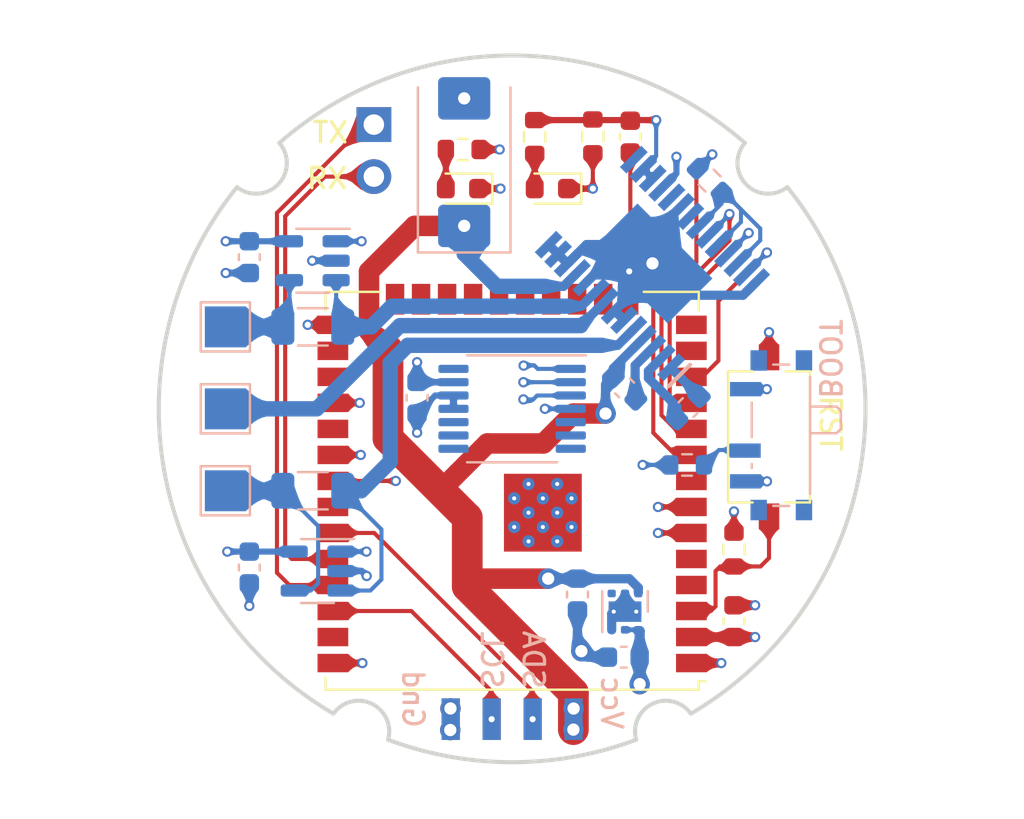
<source format=kicad_pcb>
(kicad_pcb (version 20221018) (generator pcbnew)
  (layers (0 "F.Cu" signal) (1 "In1.Cu" power) (2 "In2.Cu" power) (31 "B.Cu" signal) (34 "B.Paste" user) (35 "F.Paste" user) (36 "B.SilkS" user "B.Silkscreen") (37 "F.SilkS" user "F.Silkscreen") (38 "B.Mask" user) (39 "F.Mask" user) (44 "Edge.Cuts" user))
  (net 0 "")
  (net 1 "GND")
  (net 2 "+3.3V")
  (net 3 "VCC")
  (net 4 "/TX")
  (net 5 "/RX")
  (net 7 "/EN_DRV")
  (net 8 "/OUT1_DRV")
  (net 9 "/OUT2_DRV")
  (net 10 "/OUT3_DRV")
  (net 11 "/NRST")
  (net 12 "/BOOT")
  (net 13 "/CURR_SENS1")
  (net 14 "/CURR_SENS2")
  (net 16 "/PWM_OUT1")
  (net 17 "/PWM_OUT2")
  (net 18 "/PWM_OUT3")
  (net 22 "/CS")
  (net 23 "/CLK")
  (net 25 "Net-(IC1-CPH)")
  (net 27 "Net-(D1-K)")
  (net 28 "/MISO")
  (net 29 "/SDA")
  (net 30 "Net-(SW1-B)")
  (net 31 "Net-(IC1-CPL)")
  (net 32 "Net-(IC1-VCP)")
  (net 35 "/SCL")
  (net 38 "Net-(IC1-EN1)")
  (net 39 "Net-(M1-Pin_1)")
  (net 40 "Net-(M3-Pin_1)")
  (net 59 "Net-(D1-A)")
  (net 60 "Net-(D2-A)")
  (footprint "Resistor_SMD:R_0603_1608Metric" (layer "F.Cu") (at 104.0825 78.13 90)
    (fp_text reference "R1" hide)
    (fp_text value "330")
  )
  (footprint "Button_Switch_SMD:SW_Tactile_SPST_NO_Straight_CK_PTS636Sx25SMTRLFS" (layer "F.Cu") (at 115.52 92.77 90)
    (fp_text reference "SWRST1" hide)
    (fp_text value "SW_Push" hide)
  )
  (footprint "Resistor_SMD:R_0603_1608Metric" (layer "F.Cu") (at 113.81 98.27 -90)
    (fp_text reference "RRST1" hide)
    (fp_text value "10k")
  )
  (footprint "Capacitor_SMD:C_0603_1608Metric" (layer "F.Cu") (at 108.75 78.11 90)
    (fp_text reference "C1" hide)
    (fp_text value "470n")
  )
  (footprint "RF_Module:ESP32-WROOM-32UE" (layer "F.Cu") (at 102.98 95.4 180)
    (fp_text reference "ESP32" hide)
    (fp_text value "ESP32-WROOM-32" hide)
  )
  (footprint "Resistor_SMD:R_0603_1608Metric" (layer "F.Cu") (at 106.9205 78.1 90)
    (fp_text reference "R3" hide)
    (fp_text value "10k")
  )
  (footprint "Connector_PinHeader_2.00mm:PinHeader_1x04_P2.00mm_Vertical_SMD_aligned" (layer "F.Cu") (at 102.98 107.55 -90)
    (fp_text reference "J1" hide)
    (fp_text value "Conn_01x04_Pin" hide)
  )
  (footprint "Capacitor_SMD:C_0603_1608Metric" (layer "F.Cu") (at 113.81 101.765 -90)
    (fp_text reference "CESP32" hide)
    (fp_text value "0.1u")
  )
  (footprint "Connector_PinHeader_2.54mm:PinHeader_1x02_P2.54mm_Vertical" (layer "F.Cu") (at 96.23 77.525)
    (fp_text reference "J3" hide)
    (fp_text value "Conn_01x02_Pin")
  )
  (footprint "Resistor_SMD:R_0603_1608Metric" (layer "F.Cu") (at 100.570003 78.739994)
    (fp_text reference "R2" hide)
    (fp_text value "330")
  )
  (footprint "LED_SMD:LED_0603_1608Metric" (layer "F.Cu") (at 100.53 80.65 180)
    (fp_text reference "D2" hide)
    (fp_text value "LED")
  )
  (footprint "LED_SMD:LED_0603_1608Metric" (layer "F.Cu") (at 104.87 80.65 180)
    (fp_text reference "D1" hide)
    (fp_text value "LED")
  )
  (footprint "Resistor_SMD:R_1206_3216Metric" (layer "B.Cu") (at 93.25 95.4 180)
    (fp_text reference "RS1" hide)
    (fp_text value "50m" hide)
  )
  (footprint "Capacitor_SMD:C_0603_1608Metric" (layer "B.Cu") (at 98.34 90.86 90)
    (fp_text reference "CMAG1" hide)
    (fp_text value "0.1u")
  )
  (footprint "Capacitor_SMD:C_0603_1608Metric" (layer "B.Cu") (at 90.15 83.995 90)
    (fp_text reference "CINA1" hide)
    (fp_text value "0.1u")
  )
  (footprint "Resistor_SMD:R_1206_3216Metric" (layer "B.Cu") (at 93.25 87.4 180)
    (fp_text reference "RS2" hide)
    (fp_text value "50m" hide)
  )
  (footprint "Capacitor_SMD:C_0603_1608Metric" (layer "B.Cu") (at 106.17 100.465 -90)
    (fp_text reference "C2" hide)
    (fp_text value "22u" hide)
  )
  (footprint "Capacitor_SMD:C_0603_1608Metric" (layer "B.Cu") (at 108.43 103.522776 180)
    (fp_text reference "C3" hide)
    (fp_text value "22u" hide)
  )
  (footprint "TestPoint:TestPoint_Pad_2.0x2.0mm" (layer "B.Cu") (at 88.98 91.4)
    (fp_text reference "M2" hide)
    (fp_text value "Conn_01x01" hide)
  )
  (footprint "Connector_PinHeader_2.00mm:PinHeader_1x04_P2.00mm_Vertical_SMD_aligned" (layer "B.Cu") (at 102.98 107.55 -90)
    (fp_text reference "J2" hide)
    (fp_text value "Conn_01x04_Pin" hide)
  )
  (footprint "TestPoint:TestPoint_Pad_2.0x2.0mm" (layer "B.Cu") (at 88.98 95.4 90)
    (fp_text reference "M1" hide)
    (fp_text value "Conn_01x01" hide)
  )
  (footprint "Resistor_SMD:R_0603_1608Metric" (layer "B.Cu") (at 111.52 94.14)
    (fp_text reference "RBOOT1" hide)
    (fp_text value "10k")
  )
  (footprint "Capacitor_SMD:C_0603_1608Metric" (layer "B.Cu") (at 108.47 90.384 135)
    (fp_text reference "CVCP1" hide)
    (fp_text value "0.1u")
  )
  (footprint "Package_TO_SOT_SMD:SOT-23-5" (layer "B.Cu") (at 93.25 84.17 180)
    (fp_text reference "U3" hide)
    (fp_text value "INA180A2" hide)
  )
  (footprint "Package_SO:TSSOP-14_4.4x5mm_P0.65mm" (layer "B.Cu") (at 102.98 91.4 180)
    (fp_text reference "AS5048A1" hide)
    (fp_text value "AS5048A" hide)
  )
  (footprint "Resistor_SMD:R_0603_1608Metric" (layer "B.Cu") (at 112.62 80.26 -45)
    (fp_text reference "REN1" hide)
    (fp_text value "10k")
  )
  (footprint "Capacitor_Tantalum_SMD:CP_EIA-7343-31_Kemet-D" (layer "B.Cu") (at 100.64 79.3575 90)
    (fp_text reference "CDRV1" hide)
    (fp_text value "100u")
  )
  (footprint "Capacitor_SMD:C_0603_1608Metric" (layer "B.Cu") (at 90.15 99.145 90)
    (fp_text reference "CINA2" hide)
    (fp_text value "0.1u")
  )
  (footprint "Package_TO_SOT_SMD:SOT-23-5" (layer "B.Cu") (at 93.48 99.32 180)
    (fp_text reference "U2" hide)
    (fp_text value "INA180A2" hide)
  )
  (footprint "Capacitor_SMD:C_0603_1608Metric" (layer "B.Cu") (at 111.57 91.34 45)
    (fp_text reference "CCP1" hide)
    (fp_text value "0.1u")
  )
  (footprint "Button_Switch_SMD:SW_SPDT_PCM12" (layer "B.Cu") (at 115.795 92.69 -90)
    (fp_text reference "SW1" hide)
    (fp_text value "SW_SPDT" hide)
  )
  (footprint "DRV8313PWP:SOP65P640X120-29N" (layer "B.Cu") (at 109.83 84.3 45)
    (fp_text reference "IC1" hide)
    (fp_text value "DRV8313PWPR" hide)
  )
  (footprint "TestPoint:TestPoint_Pad_2.0x2.0mm" (layer "B.Cu") (at 88.98 87.4 90)
    (fp_text reference "M3" hide)
    (fp_text value "Conn_01x01" hide)
  )
  (footprint "Package_SON:WSON-6-1EP_2x2mm_P0.65mm_EP1x1.6mm_ThermalVias" (layer "B.Cu") (at 108.49 101.300276 90)
    (fp_text reference "U1" hide)
    (fp_text value "TLV76733DRVx" hide)
  )
  (gr_arc (start 116.411321 80.575857) (mid 119.947755 94.507691) (end 111.703207 106.281806) (stroke (width 0.2)) (layer "Edge.Cuts"))
  (gr_arc (start 109.034979 107.55239) (mid 109.835103 105.795738) (end 111.703207 106.281806) (stroke (width 0.2)) (layer "Edge.Cuts"))
  (gr_arc (start 94.256791 106.281806) (mid 86.012245 94.507692) (end 89.548677 80.575857) (stroke (width 0.2)) (layer "Edge.Cuts"))
  (gr_arc (start 116.411321 80.575857) (mid 114.39793 80.438807) (end 114.343119 78.421479) (stroke (width 0.2)) (layer "Edge.Cuts"))
  (gr_arc (start 94.256791 106.281806) (mid 96.124903 105.79572) (end 96.925019 107.55239) (stroke (width 0.2)) (layer "Edge.Cuts"))
  (gr_arc (start 91.616879 78.421479) (mid 102.979999 74.15) (end 114.343119 78.421479) (stroke (width 0.2)) (layer "Edge.Cuts"))
  (gr_arc (start 109.034979 107.55239) (mid 102.979999 108.65) (end 96.925019 107.55239) (stroke (width 0.2)) (layer "Edge.Cuts"))
  (gr_arc (start 91.616879 78.421479) (mid 91.562093 80.438831) (end 89.548677 80.575857) (stroke (width 0.2)) (layer "Edge.Cuts"))
  (gr_text "BOOT" (at 117.91 91 270) (layer "B.SilkS") (effects (font (size 1 1) (thickness 0.16)) (justify left bottom mirror)))
  (gr_text "SDA" (at 103.43 105.16 270) (layer "B.SilkS") (effects (font (size 1 1) (thickness 0.16)) (justify left bottom mirror)))
  (gr_text "SCL" (at 101.39 105.14 270) (layer "B.SilkS") (effects (font (size 1 1) (thickness 0.16)) (justify left bottom mirror)))
  (gr_text "Gnd" (at 97.56 107.072776 270) (layer "B.SilkS") (effects (font (size 1 1) (thickness 0.16)) (justify left bottom mirror)))
  (gr_text "Vcc" (at 107.26 107.132776 270) (layer "B.SilkS") (effects (font (size 1 1) (thickness 0.16)) (justify left bottom mirror)))
  (gr_text "RST" (at 117.93 90.65 270) (layer "F.SilkS") (effects (font (size 1 1) (thickness 0.16)) (justify left bottom)))
  (gr_text "RX" (at 92.86 80.74) (layer "F.SilkS") (effects (font (size 1 1) (thickness 0.16)) (justify left bottom)))
  (gr_text "TX" (at 93.14 78.5) (layer "F.SilkS") (effects (font (size 1 1) (thickness 0.16)) (justify left bottom)))
  (segment (start 113.81 100.99) (end 114.84 100.99) (width 0.45) (layer "F.Cu") (net 1))
  (segment (start 111.73 103.81) (end 113.19 103.81) (width 0.45) (layer "F.Cu") (net 1))
  (segment (start 115.52 87.66) (end 115.52 88.895) (width 0.2) (layer "F.Cu") (net 1))
  (segment (start 95.67 103.81) (end 94.23 103.81) (width 0.3) (layer "F.Cu") (net 1))
  (segment (start 108.695 84.69) (end 108.695 86.05) (width 0.3) (layer "F.Cu") (net 1))
  (segment (start 101.317505 80.650007) (end 102.409996 80.649998) (width 0.3) (layer "F.Cu") (net 1))
  (segment (start 108.75 78.885) (end 108.75 83.22) (width 0.2) (layer "F.Cu") (net 1))
  (segment (start 108.75 83.22) (end 109.83 84.3) (width 0.2) (layer "F.Cu") (net 1))
  (via (at 108.695 84.69) (size 0.5) (drill 0.3) (layers "F.Cu" "B.Cu") (net 1))
  (via (at 109.83 84.3) (size 1) (drill 0.6) (layers "F.Cu" "B.Cu") (net 1))
  (via (at 115.42 94.94) (size 0.5) (drill 0.3) (layers "F.Cu" "B.Cu") (net 1))
  (via (at 115.52 87.66) (size 0.5) (drill 0.3) (layers "F.Cu" "B.Cu") (net 1))
  (via (at 93.22 84.17) (size 0.5) (drill 0.3) (layers "F.Cu" "B.Cu") (net 1))
  (via (at 90.15 101.02) (size 0.5) (drill 0.3) (layers "F.Cu" "B.Cu") (net 1))
  (via (at 98.34 89.1245) (size 0.5) (drill 0.3) (layers "F.Cu" "B.Cu") (net 1))
  (via (at 114.84 100.99) (size 0.5) (drill 0.3) (layers "F.Cu" "B.Cu") (net 1))
  (via (at 89 84.77) (size 0.5) (drill 0.3) (layers "F.Cu" "B.Cu") (net 1))
  (via (at 95.88 99.56) (size 0.5) (drill 0.3) (layers "F.Cu" "B.Cu") (net 1))
  (via (at 106.36 103.23) (size 1) (drill 0.6) (layers "F.Cu" "B.Cu") (net 1))
  (via (at 100.64 76.245) (size 1) (drill 0.6) (layers "F.Cu" "B.Cu") (net 1))
  (via (at 99.96 107.08) (size 1) (drill 0.6) (layers "F.Cu" "B.Cu") (net 1))
  (via (at 113.19 103.81) (size 0.5) (drill 0.3) (layers "F.Cu" "B.Cu") (net 1))
  (via (at 102.409996 80.649998) (size 0.5) (drill 0.3) (layers "F.Cu" "B.Cu") (net 1))
  (via (at 95.67 103.81) (size 0.5) (drill 0.3) (layers "F.Cu" "B.Cu") (net 1))
  (via (at 99.97 106.027247) (size 1) (drill 0.6) (layers "F.Cu" "B.Cu") (net 1))
  (segment (start 90.15 84.77) (end 89 84.77) (width 0.3) (layer "B.Cu") (net 1))
  (segment (start 114.249036 85.856017) (end 111.386017 85.856017) (width 0.45) (layer "B.Cu") (net 1))
  (segment (start 114.895006 85.210046) (end 114.249036 85.856017) (width 0.45) (layer "B.Cu") (net 1))
  (segment (start 107.84 101.400276) (end 107.94 101.300276) (width 0.45) (layer "B.Cu") (net 1))
  (segment (start 98.34 90.085) (end 98.355 90.1) (width 0.3) (layer "B.Cu") (net 1))
  (segment (start 98.355 90.1) (end 100.1175 90.1) (width 0.3) (layer "B.Cu") (net 1))
  (segment (start 106.652776 103.522776) (end 107.655 103.522776) (width 0.45) (layer "B.Cu") (net 1))
  (segment (start 90.15 101.02) (end 90.15 99.915) (width 0.3) (layer "B.Cu") (net 1))
  (segment (start 98.34 89.1245) (end 98.34 90.085) (width 0.3) (layer "B.Cu") (net 1))
  (segment (start 106.603472 85.228431) (end 107.531903 84.3) (width 0.45) (layer "B.Cu") (net 1))
  (segment (start 109.83 84.759619) (end 109.83 84.3) (width 0.45) (layer "B.Cu") (net 1))
  (segment (start 115.42 94.94) (end 114.365 94.94) (width 0.2) (layer "B.Cu") (net 1))
  (segment (start 108.91 83.38) (end 106.613425 83.38) (width 0.45) (layer "B.Cu") (net 1))
  (segment (start 111.386017 85.856017) (end 109.83 84.3) (width 0.45) (layer "B.Cu") (net 1))
  (segment (start 106.36 103.23) (end 106.17 103.04) (width 0.45) (layer "B.Cu") (net 1))
  (segment (start 104.764994 83.389954) (end 105.684233 84.309192) (width 0.45) (layer "B.Cu") (net 1))
  (segment (start 107.84 102.187776) (end 107.84 101.400276) (width 0.45) (layer "B.Cu") (net 1))
  (segment (start 106.36 103.23) (end 106.652776 103.522776) (width 0.45) (layer "B.Cu") (net 1))
  (segment (start 107.531903 84.3) (end 109.83 84.3) (width 0.45) (layer "B.Cu") (net 1))
  (segment (start 111.218051 81.533091) (end 109.83 82.921142) (width 0.45) (layer "B.Cu") (net 1))
  (segment (start 106.17 103.04) (end 106.17 101.245) (width 0.45) (layer "B.Cu") (net 1))
  (segment (start 95.63 99.31) (end 94.6275 99.31) (width 0.3) (layer "B.Cu") (net 1))
  (segment (start 106.613425 83.38) (end 105.684233 84.309192) (width 0.45) (layer "B.Cu") (net 1))
  (segment (start 93.22 84.17) (end 94.3875 84.17) (width 0.3) (layer "B.Cu") (net 1))
  (segment (start 95.88 99.56) (end 95.63 99.31) (width 0.3) (layer "B.Cu") (net 1))
  (segment (start 108.441949 87.066909) (end 107.98233 86.607289) (width 0.45) (layer "B.Cu") (net 1))
  (segment (start 109.83 84.3) (end 108.91 83.38) (width 0.45) (layer "B.Cu") (net 1))
  (segment (start 109.83 82.921142) (end 109.83 84.3) (width 0.45) (layer "B.Cu") (net 1))
  (segment (start 109.04 101.300276) (end 108.49 100.750276) (width 0.45) (layer "B.Cu") (net 1))
  (segment (start 107.98233 86.607289) (end 109.83 84.759619) (width 0.45) (layer "B.Cu") (net 1))
  (segment (start 108.49 100.750276) (end 108.49 100.450276) (width 0.45) (layer "B.Cu") (net 1))
  (segment (start 110.01 77.305) (end 104 77.305) (width 0.3) (layer "F.Cu") (net 2))
  (segment (start 113.81 102.54) (end 114.84 102.54) (width 0.45) (layer "F.Cu") (net 2))
  (segment (start 113.81 97.445) (end 113.81 96.41) (width 0.2) (layer "F.Cu") (net 2))
  (segment (start 101.395003 78.740009) (end 102.370005 78.739992) (width 0.3) (layer "F.Cu") (net 2))
  (segment (start 113.81 102.54) (end 111.73 102.54) (width 0.45) (layer "F.Cu") (net 2))
  (via (at 102.370005 78.739992) (size 0.5) (drill 0.3) (layers "F.Cu" "B.Cu") (net 2))
  (via (at 113.81 96.41) (size 0.5) (drill 0.3) (layers "F.Cu" "B.Cu") (net 2))
  (via (at 98.34 92.56365) (size 0.5) (drill 0.3) (layers "F.Cu" "B.Cu") (net 2))
  (via (at 89 83.22) (size 0.5) (drill 0.3) (layers "F.Cu" "B.Cu") (net 2))
  (via (at 110.01 77.305) (size 0.5) (drill 0.3) (layers "F.Cu" "B.Cu") (net 2))
  (via (at 109.205 104.84) (size 1) (drill 0.6) (layers "F.Cu" "B.Cu") (net 2))
  (via (at 115.41 90.44) (size 0.5) (drill 0.3) (layers "F.Cu" "B.Cu") (net 2))
  (via (at 104.58 91.4) (size 0.5) (drill 0.3) (layers "F.Cu" "B.Cu") (net 2))
  (via (at 114.84 102.54) (size 0.5) (drill 0.3) (layers "F.Cu" "B.Cu") (net 2))
  (via (at 89.075 98.37) (size 0.5) (drill 0.3) (layers "F.Cu" "B.Cu") (net 2))
  (segment (start 109.2025 102.250276) (end 109.14 102.250276) (width 0.5) (layer "B.Cu") (net 2))
  (segment (start 109.205 102.252776) (end 109.2025 102.250276) (width 0.5) (layer "B.Cu") (net 2))
  (segment (start 109.205 103.522776) (end 109.205 102.252776) (width 0.5) (layer "B.Cu") (net 2))
  (segment (start 98.34 91.635) (end 99.225 90.75) (width 0.3) (layer "B.Cu") (net 2))
  (segment (start 99.225 90.75) (end 100.1175 90.75) (width 0.3) (layer "B.Cu") (net 2))
  (segment (start 109.205 104.84) (end 109.205 103.522776) (width 0.5) (layer "B.Cu") (net 2))
  (segment (start 98.34 92.56365) (end 98.34 91.635) (width 0.3) (layer "B.Cu") (net 2))
  (segment (start 109.14 102.187776) (end 108.49 102.187776) (width 0.2) (layer "B.Cu") (net 2))
  (segment (start 100.1175 91.4) (end 100.1175 90.75) (width 0.3) (layer "B.Cu") (net 2))
  (segment (start 115.41 90.44) (end 114.365 90.44) (width 0.2) (layer "B.Cu") (net 2))
  (segment (start 89 83.22) (end 92.1125 83.22) (width 0.3) (layer "B.Cu") (net 2))
  (segment (start 109.839192 80.154233) (end 109.379573 79.694614) (width 0.2) (layer "B.Cu") (net 2))
  (segment (start 90.155 98.37) (end 90.15 98.365) (width 0.3) (layer "B.Cu") (net 2))
  (segment (start 110.01 79.064187) (end 109.379573 79.694614) (width 0.2) (layer "B.Cu") (net 2))
  (segment (start 89.075 98.37) (end 92.3425 98.37) (width 0.3) (layer "B.Cu") (net 2))
  (segment (start 110.01 77.305) (end 110.01 79.064187) (width 0.2) (layer "B.Cu") (net 2))
  (segment (start 104.58 91.4) (end 105.8425 91.4) (width 0.2) (layer "B.Cu") (net 2))
  (segment (start 96.92 88.54) (end 96.92 92.84) (width 1.5) (layer "F.Cu") (net 3))
  (segment (start 98.22 82.47) (end 95.994814 84.695186) (width 1) (layer "F.Cu") (net 3))
  (segment (start 95.994814 84.695186) (end 95.994814 87.614814) (width 1) (layer "F.Cu") (net 3))
  (segment (start 105.97 105.26) (end 105.97 107.06) (width 1.5) (layer "F.Cu") (net 3))
  (segment (start 107.54 91.63) (end 105.97 91.63) (width 1) (layer "F.Cu") (net 3))
  (segment (start 104.74 99.69) (end 101.18 99.69) (width 1) (layer "F.Cu") (net 3))
  (segment (start 100.79 100.08) (end 105.97 105.26) (width 1.5) (layer "F.Cu") (net 3))
  (segment (start 101.18 99.69) (end 100.79 100.08) (width 1) (layer "F.Cu") (net 3))
  (segment (start 104.51 93.09) (end 101.77 93.09) (width 1) (layer "F.Cu") (net 3))
  (segment (start 100.79 96.71) (end 100.79 100.08) (width 1.5) (layer "F.Cu") (net 3))
  (segment (start 101.77 93.09) (end 99.7 95.16) (width 1) (layer "F.Cu") (net 3))
  (segment (start 105.97 91.63) (end 104.51 93.09) (width 1) (layer "F.Cu") (net 3))
  (segment (start 96.92 92.84) (end 100.79 96.71) (width 1.5) (layer "F.Cu") (net 3))
  (segment (start 100.64 82.47) (end 98.22 82.47) (width 1) (layer "F.Cu") (net 3))
  (segment (start 95.994814 87.614814) (end 96.91 88.53) (width 1) (layer "F.Cu") (net 3))
  (segment (start 96.91 88.53) (end 96.92 88.54) (width 1.5) (layer "F.Cu") (net 3))
  (via (at 104.74 99.69) (size 1) (drill 0.6) (layers "F.Cu" "B.Cu") (net 3))
  (via (at 100.64 82.47) (size 1) (drill 0.6) (layers "F.Cu" "B.Cu") (net 3))
  (via (at 107.54 91.63) (size 1) (drill 0.6) (layers "F.Cu" "B.Cu") (net 3))
  (via (at 105.97 107.06) (size 1) (drill 0.6) (layers "F.Cu" "B.Cu") (net 3))
  (via (at 105.98 106.03) (size 1) (drill 0.6) (layers "F.Cu" "B.Cu") (net 3))
  (segment (start 105.492664 85.42) (end 106.143852 84.768812) (width 0.45) (layer "B.Cu") (net 3))
  (segment (start 100.64 83.83) (end 102.23 85.42) (width 0.75) (layer "B.Cu") (net 3))
  (segment (start 104.6 85.42) (end 105.492664 85.42) (width 0.45) (layer "B.Cu") (net 3))
  (segment (start 106.17 99.69) (end 104.74 99.69) (width 0.45) (layer "B.Cu") (net 3))
  (segment (start 107.921992 89.835992) (end 107.921992 89.425344) (width 0.45) (layer "B.Cu") (net 3))
  (segment (start 102.23 85.42) (end 104.6 85.42) (width 0.75) (layer "B.Cu") (net 3))
  (segment (start 107.54 90.217984) (end 107.921992 89.835992) (width 0.45) (layer "B.Cu") (net 3))
  (segment (start 107.54 91.63) (end 107.54 90.217984) (width 0.45) (layer "B.Cu") (net 3))
  (segment (start 109.14 100.129153) (end 109.14 100.375276) (width 0.45) (layer "B.Cu") (net 3))
  (segment (start 106.17 99.695) (end 108.705847 99.695) (width 0.45) (layer "B.Cu") (net 3))
  (segment (start 100.64 82.47) (end 100.64 83.83) (width 0.75) (layer "B.Cu") (net 3))
  (segment (start 107.921992 89.425344) (end 109.361188 87.986148) (width 0.45) (layer "B.Cu") (net 3))
  (segment (start 108.705847 99.695) (end 109.14 100.129153) (width 0.45) (layer "B.Cu") (net 3))
  (segment (start 91.5 99.4) (end 92.1 100) (width 0.2) (layer "F.Cu") (net 4))
  (segment (start 95.808655 77.525) (end 91.5 81.833655) (width 0.2) (layer "F.Cu") (net 4))
  (segment (start 92.1 100) (end 94.23 100) (width 0.2) (layer "F.Cu") (net 4))
  (segment (start 96.23 77.525) (end 95.808655 77.525) (width 0.2) (layer "F.Cu") (net 4))
  (segment (start 91.5 81.833655) (end 91.5 99.4) (width 0.2) (layer "F.Cu") (net 4))
  (segment (start 91.9 98.41) (end 91.9 81.999341) (width 0.2) (layer "F.Cu") (net 5))
  (segment (start 92.22 98.73) (end 91.9 98.41) (width 0.2) (layer "F.Cu") (net 5))
  (segment (start 93.834341 80.065) (end 96.23 80.065) (width 0.2) (layer "F.Cu") (net 5))
  (segment (start 94.23 98.73) (end 92.22 98.73) (width 0.2) (layer "F.Cu") (net 5))
  (segment (start 91.9 81.999341) (end 93.834341 80.065) (width 0.2) (layer "F.Cu") (net 5))
  (segment (start 111.975 84.240964) (end 109.87 86.345966) (width 0.2) (layer "F.Cu") (net 7))
  (segment (start 109.87 92.57) (end 110.95 93.65) (width 0.2) (layer "F.Cu") (net 7))
  (segment (start 109.87 86.345966) (end 109.87 92.57) (width 0.2) (layer "F.Cu") (net 7))
  (segment (start 111.975 79.755) (end 111.975 84.240964) (width 0.2) (layer "F.Cu") (net 7))
  (segment (start 110.95 93.65) (end 111.73 93.65) (width 0.2) (layer "F.Cu") (net 7))
  (segment (start 112.75 78.98) (end 111.975 79.755) (width 0.2) (layer "F.Cu") (net 7))
  (via (at 112.75 78.98) (size 0.5) (drill 0.3) (layers "F.Cu" "B.Cu") (net 7))
  (segment (start 112.75 78.98) (end 112.053363 79.676637) (width 0.2) (layer "B.Cu") (net 7))
  (segment (start 112.053363 79.676637) (end 112.036637 79.676637) (width 0.2) (layer "B.Cu") (net 7))
  (segment (start 107.37 88.3) (end 108.128097 88.3) (width 0.45) (layer "B.Cu") (net 8))
  (segment (start 96.6005 97.288) (end 94.7125 95.4) (width 0.2) (layer "B.Cu") (net 8))
  (segment (start 96.06 100.27) (end 96.6005 99.7295) (width 0.2) (layer "B.Cu") (net 8))
  (segment (start 97.03 93.98) (end 95.61 95.4) (width 0.75) (layer "B.Cu") (net 8))
  (segment (start 94.6175 100.27) (end 96.06 100.27) (width 0.2) (layer "B.Cu") (net 8))
  (segment (start 107.37 88.3) (end 97.882776 88.3) (width 0.75) (layer "B.Cu") (net 8))
  (segment (start 97.03 89.152776) (end 97.03 93.98) (width 0.75) (layer "B.Cu") (net 8))
  (segment (start 96.6005 99.7295) (end 96.6005 97.288) (width 0.2) (layer "B.Cu") (net 8))
  (segment (start 97.882776 88.3) (end 97.03 89.152776) (width 0.75) (layer "B.Cu") (net 8))
  (segment (start 108.128097 88.3) (end 108.901569 87.526528) (width 0.45) (layer "B.Cu") (net 8))
  (segment (start 95.61 95.4) (end 94.7125 95.4) (width 0.75) (layer "B.Cu") (net 8))
  (segment (start 93.439274 91.4) (end 88.98 91.4) (width 0.75) (layer "B.Cu") (net 9))
  (segment (start 106.330381 87.34) (end 107.522711 86.14767) (width 0.45) (layer "B.Cu") (net 9))
  (segment (start 106.330381 87.34) (end 97.499274 87.34) (width 0.75) (layer "B.Cu") (net 9))
  (segment (start 97.499274 87.34) (end 93.439274 91.4) (width 0.75) (layer "B.Cu") (net 9))
  (segment (start 105.724021 86.39) (end 106.361142 86.39) (width 0.45) (layer "B.Cu") (net 10))
  (segment (start 94.3875 87.075) (end 94.7125 87.4) (width 0.2) (layer "B.Cu") (net 10))
  (segment (start 97.105772 86.39) (end 96.095772 87.4) (width 0.75) (layer "B.Cu") (net 10))
  (segment (start 106.361142 86.39) (end 107.063091 85.688051) (width 0.45) (layer "B.Cu") (net 10))
  (segment (start 96.095772 87.4) (end 94.7125 87.4) (width 0.75) (layer "B.Cu") (net 10))
  (segment (start 105.724021 86.39) (end 97.105772 86.39) (width 0.75) (layer "B.Cu") (net 10))
  (segment (start 94.3875 85.12) (end 94.3875 87.075) (width 0.2) (layer "B.Cu") (net 10))
  (segment (start 115.105 99.095) (end 113.81 99.095) (width 0.2) (layer "F.Cu") (net 11))
  (segment (start 113.81 99.095) (end 113.135 99.095) (width 0.2) (layer "F.Cu") (net 11))
  (segment (start 112.91 99.32) (end 112.91 101.04) (width 0.2) (layer "F.Cu") (net 11))
  (segment (start 115.52 98.68) (end 115.105 99.095) (width 0.2) (layer "F.Cu") (net 11))
  (segment (start 115.52 96.645) (end 115.52 98.68) (width 0.2) (layer "F.Cu") (net 11))
  (segment (start 113.135 99.095) (end 112.91 99.32) (width 0.2) (layer "F.Cu") (net 11))
  (segment (start 112.91 101.04) (end 112.68 101.27) (width 0.2) (layer "F.Cu") (net 11))
  (segment (start 112.68 101.27) (end 111.73 101.27) (width 0.2) (layer "F.Cu") (net 11))
  (segment (start 94.23 87.3) (end 93 87.3) (width 0.2) (layer "F.Cu") (net 12))
  (via (at 93 87.3) (size 0.5) (drill 0.3) (layers "F.Cu" "B.Cu") (net 12))
  (via (at 109.35 94.14) (size 0.5) (drill 0.3) (layers "F.Cu" "B.Cu") (net 12))
  (segment (start 109.35 94.14) (end 110.695 94.14) (width 0.2) (layer "B.Cu") (net 12))
  (segment (start 110.1 97.46) (end 111.73 97.46) (width 0.25) (layer "F.Cu") (net 13))
  (via (at 95.87 98.37) (size 0.5) (drill 0.3) (layers "F.Cu" "B.Cu") (net 13))
  (via (at 110.1 97.46) (size 0.5) (drill 0.3) (layers "F.Cu" "B.Cu") (net 13))
  (segment (start 94.6175 98.37) (end 95.87 98.37) (width 0.2) (layer "B.Cu") (net 13))
  (segment (start 110.1 96.19) (end 111.73 96.19) (width 0.25) (layer "F.Cu") (net 14))
  (via (at 110.1 96.19) (size 0.5) (drill 0.3) (layers "F.Cu" "B.Cu") (net 14))
  (via (at 95.63 83.22) (size 0.5) (drill 0.3) (layers "F.Cu" "B.Cu") (net 14))
  (segment (start 95.63 83.22) (end 94.3875 83.22) (width 0.2) (layer "B.Cu") (net 14))
  (segment (start 113.05 86.14) (end 113.05 89.05) (width 0.2) (layer "F.Cu") (net 16))
  (segment (start 113.05 89.05) (end 112.26 89.84) (width 0.2) (layer "F.Cu") (net 16))
  (segment (start 112.26 89.84) (end 111.73 89.84) (width 0.2) (layer "F.Cu") (net 16))
  (segment (start 115.42 83.77) (end 113.05 86.14) (width 0.2) (layer "F.Cu") (net 16))
  (via (at 115.42 83.77) (size 0.5) (drill 0.3) (layers "F.Cu" "B.Cu") (net 16))
  (segment (start 115.415813 83.77) (end 114.435386 84.750427) (width 0.2) (layer "B.Cu") (net 16))
  (segment (start 115.42 83.77) (end 115.415813 83.77) (width 0.2) (layer "B.Cu") (net 16))
  (segment (start 114.525603 82.814897) (end 114.525603 82.821733) (width 0.2) (layer "F.Cu") (net 17))
  (segment (start 110.67 90.85) (end 110.93 91.11) (width 0.2) (layer "F.Cu") (net 17))
  (segment (start 110.93 91.11) (end 111.73 91.11) (width 0.2) (layer "F.Cu") (net 17))
  (segment (start 114.525603 82.821733) (end 110.67 86.677336) (width 0.2) (layer "F.Cu") (net 17))
  (segment (start 110.67 86.677336) (end 110.67 90.85) (width 0.2) (layer "F.Cu") (net 17))
  (via (at 114.525603 82.814897) (size 0.5) (drill 0.3) (layers "F.Cu" "B.Cu") (net 17))
  (segment (start 114.525603 82.814897) (end 114.525603 82.821733) (width 0.2) (layer "B.Cu") (net 17))
  (segment (start 114.525603 82.821733) (end 113.516148 83.831188) (width 0.2) (layer "B.Cu") (net 17))
  (segment (start 110.94 92.38) (end 111.73 92.38) (width 0.2) (layer "F.Cu") (net 18))
  (segment (start 110.27 91.71) (end 110.94 92.38) (width 0.2) (layer "F.Cu") (net 18))
  (segment (start 113.59 81.89) (end 113.59 83.19165) (width 0.2) (layer "F.Cu") (net 18))
  (segment (start 110.27 86.511651) (end 110.27 91.71) (width 0.2) (layer "F.Cu") (net 18))
  (segment (start 113.59 83.19165) (end 110.27 86.511651) (width 0.2) (layer "F.Cu") (net 18))
  (via (at 113.59 81.89) (size 0.5) (drill 0.3) (layers "F.Cu" "B.Cu") (net 18))
  (segment (start 113.59 81.918858) (end 112.596909 82.911949) (width 0.2) (layer "B.Cu") (net 18))
  (segment (start 113.59 81.89) (end 113.59 81.918858) (width 0.2) (layer "B.Cu") (net 18))
  (segment (start 95.54 91.11) (end 94.23 91.11) (width 0.2) (layer "F.Cu") (net 22))
  (via (at 103.54 89.29) (size 0.5) (drill 0.3) (layers "F.Cu" "B.Cu") (net 22))
  (via (at 95.54 91.11) (size 0.5) (drill 0.3) (layers "F.Cu" "B.Cu") (net 22))
  (segment (start 103.54 89.29) (end 103.55 89.28) (width 0.2) (layer "B.Cu") (net 22))
  (segment (start 104.23 89.45) (end 105.8425 89.45) (width 0.2) (layer "B.Cu") (net 22))
  (segment (start 103.55 89.28) (end 104.06 89.28) (width 0.2) (layer "B.Cu") (net 22))
  (segment (start 104.06 89.28) (end 104.23 89.45) (width 0.2) (layer "B.Cu") (net 22))
  (segment (start 95.59 93.65) (end 94.23 93.65) (width 0.2) (layer "F.Cu") (net 23))
  (via (at 103.528736 90.1) (size 0.5) (drill 0.3) (layers "F.Cu" "B.Cu") (net 23))
  (via (at 95.59 93.65) (size 0.5) (drill 0.3) (layers "F.Cu" "B.Cu") (net 23))
  (segment (start 103.528736 90.1) (end 105.8425 90.1) (width 0.2) (layer "B.Cu") (net 23))
  (segment (start 110.280427 88.905386) (end 109.634456 89.551356) (width 0.45) (layer "B.Cu") (net 25))
  (segment (start 111.021992 91.290976) (end 111.021992 91.888008) (width 0.45) (layer "B.Cu") (net 25))
  (segment (start 109.634456 89.551356) (end 109.634456 89.90344) (width 0.45) (layer "B.Cu") (net 25))
  (segment (start 109.634456 89.90344) (end 111.021992 91.290976) (width 0.45) (layer "B.Cu") (net 25))
  (segment (start 105.6575 80.65) (end 106.9205 80.65) (width 0.3) (layer "F.Cu") (net 27))
  (segment (start 106.9205 78.925) (end 106.9205 80.65) (width 0.2) (layer "F.Cu") (net 27))
  (via (at 111.001653 79.097492) (size 0.5) (drill 0.3) (layers "F.Cu" "B.Cu") (net 27))
  (via (at 106.9205 80.65) (size 0.5) (drill 0.3) (layers "F.Cu" "B.Cu") (net 27))
  (segment (start 111.001653 79.911011) (end 110.298812 80.613852) (width 0.3) (layer "B.Cu") (net 27))
  (segment (start 111.001653 79.097492) (end 111.001653 79.911011) (width 0.3) (layer "B.Cu") (net 27))
  (segment (start 97.3 94.92) (end 94.23 94.92) (width 0.2) (layer "F.Cu") (net 28))
  (via (at 103.53 90.94) (size 0.5) (drill 0.3) (layers "F.Cu" "B.Cu") (net 28))
  (via (at 97.3 94.92) (size 0.5) (drill 0.3) (layers "F.Cu" "B.Cu") (net 28))
  (segment (start 104.2 90.75) (end 105.8425 90.75) (width 0.2) (layer "B.Cu") (net 28))
  (segment (start 103.53 90.94) (end 104.01 90.94) (width 0.2) (layer "B.Cu") (net 28))
  (segment (start 104.01 90.94) (end 104.2 90.75) (width 0.2) (layer "B.Cu") (net 28))
  (segment (start 103.98 105.19) (end 96.25 97.46) (width 0.2) (layer "F.Cu") (net 29))
  (segment (start 96.25 97.46) (end 94.23 97.46) (width 0.2) (layer "F.Cu") (net 29))
  (segment (start 103.98 106.55) (end 103.98 105.19) (width 0.2) (layer "F.Cu") (net 29))
  (via (at 103.98 106.55) (size 0.5) (drill 0.3) (layers "F.Cu" "B.Cu") (net 29))
  (segment (start 113.075 93.41) (end 112.345 94.14) (width 0.2) (layer "B.Cu") (net 30))
  (segment (start 114.37 93.41) (end 113.075 93.41) (width 0.2) (layer "B.Cu") (net 30))
  (segment (start 110.740046 89.365006) (end 110.740046 89.41403) (width 0.45) (layer "B.Cu") (net 31))
  (segment (start 110.740046 89.41403) (end 112.118008 90.791992) (width 0.45) (layer "B.Cu") (net 31))
  (segment (start 108.984456 89.282117) (end 109.820808 88.445767) (width 0.45) (layer "B.Cu") (net 32))
  (segment (start 109.018008 90.932008) (end 108.984456 90.898456) (width 0.45) (layer "B.Cu") (net 32))
  (segment (start 108.984456 90.898456) (end 108.984456 89.282117) (width 0.45) (layer "B.Cu") (net 32))
  (segment (start 101.98 106.55) (end 101.98 105.19) (width 0.2) (layer "F.Cu") (net 35))
  (segment (start 101.98 105.19) (end 98.06 101.27) (width 0.2) (layer "F.Cu") (net 35))
  (segment (start 98.06 101.27) (end 94.23 101.27) (width 0.2) (layer "F.Cu") (net 35))
  (via (at 101.98 106.55) (size 0.5) (drill 0.3) (layers "F.Cu" "B.Cu") (net 35))
  (segment (start 114.15 81.672182) (end 114.15 82.278097) (width 0.2) (layer "B.Cu") (net 38))
  (segment (start 113.203363 81.386256) (end 113.203363 80.843363) (width 0.2) (layer "B.Cu") (net 38))
  (segment (start 115.09 83.176575) (end 113.975767 84.290808) (width 0.2) (layer "B.Cu") (net 38))
  (segment (start 112.137289 82.45233) (end 113.203363 81.386256) (width 0.2) (layer "B.Cu") (net 38))
  (segment (start 113.331887 80.843363) (end 115.09 82.601476) (width 0.2) (layer "B.Cu") (net 38))
  (segment (start 115.09 82.601476) (end 115.09 83.176575) (width 0.2) (layer "B.Cu") (net 38))
  (segment (start 114.15 82.278097) (end 113.056528 83.371569) (width 0.2) (layer "B.Cu") (net 38))
  (segment (start 113.203363 80.843363) (end 113.321181 80.843363) (width 0.2) (layer "B.Cu") (net 38))
  (segment (start 113.321181 80.843363) (end 114.15 81.672182) (width 0.2) (layer "B.Cu") (net 38))
  (segment (start 113.203363 80.843363) (end 113.331887 80.843363) (width 0.2) (layer "B.Cu") (net 38))
  (segment (start 91.7875 95.4) (end 88.98 95.4) (width 0.75) (layer "B.Cu") (net 39))
  (segment (start 93.51 97.1225) (end 91.7875 95.4) (width 0.2) (layer "B.Cu") (net 39))
  (segment (start 92.3425 100.27) (end 93.15 100.27) (width 0.2) (layer "B.Cu") (net 39))
  (segment (start 93.51 99.91) (end 93.51 97.1225) (width 0.2) (layer "B.Cu") (net 39))
  (segment (start 93.15 100.27) (end 93.51 99.91) (width 0.2) (layer "B.Cu") (net 39))
  (segment (start 92.1125 87.075) (end 91.7875 87.4) (width 0.2) (layer "B.Cu") (net 40))
  (segment (start 91.7875 87.4) (end 88.98 87.4) (width 0.75) (layer "B.Cu") (net 40))
  (segment (start 92.1125 85.12) (end 92.1125 87.075) (width 0.2) (layer "B.Cu") (net 40))
  (segment (start 104.0825 78.955) (end 104.0825 80.65) (width 0.3) (layer "F.Cu") (net 59))
  (segment (start 99.745016 78.739994) (end 99.745003 80.647503) (width 0.3) (layer "F.Cu") (net 60))
  (segment (start 99.745003 80.647503) (end 99.742509 80.650002) (width 0.2) (layer "F.Cu") (net 60))
)
</source>
